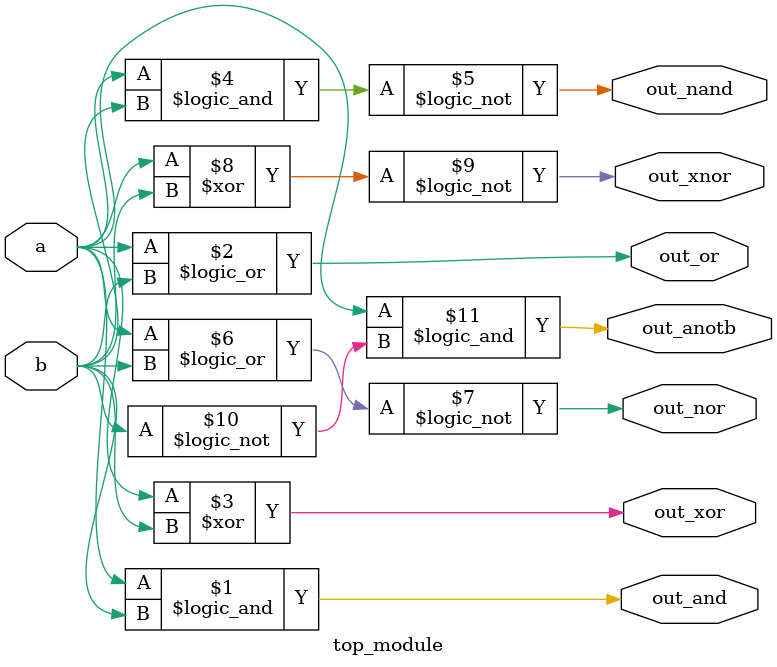
<source format=v>
module top_module( 
    input a, b,
    output out_and,
    output out_or,
    output out_xor,
    output out_nand,
    output out_nor,
    output out_xnor,
    output out_anotb
);
	assign out_and = a && b;
	assign out_or = a || b;
	assign out_xor = a ^ b;
    assign out_nand = !(a && b);
    assign out_nor = !(a || b);
    assign out_xnor = !(a ^ b);
    assign out_anotb = a && !b;
endmodule

</source>
